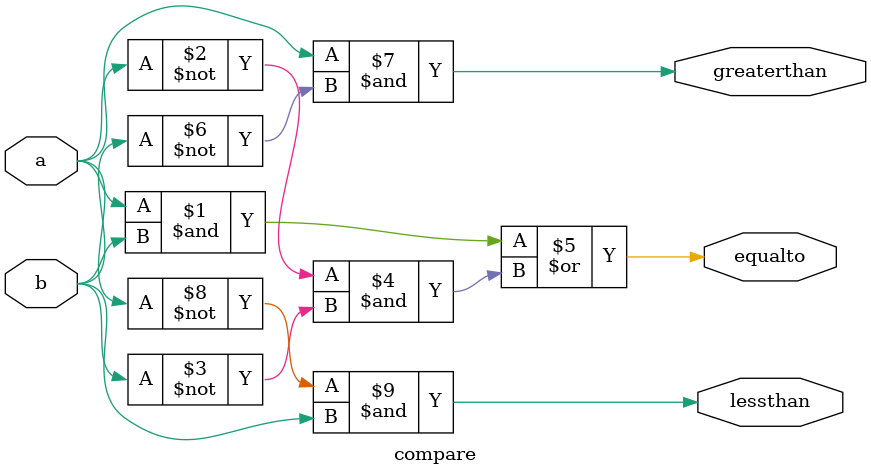
<source format=v>
module compare(a,b,equalto, greaterthan, lessthan);
	input a,b;
	output equalto, greaterthan, lessthan;
	assign equalto = (a & b) | (~a & ~b);
	assign greaterthan = (a & ~b);
	assign lessthan = (~a & b);
endmodule

</source>
